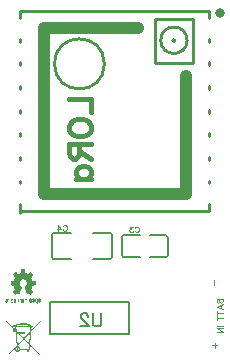
<source format=gbo>
G04 Layer: BottomSilkscreenLayer*
G04 EasyEDA v6.5.51, 2025-11-13 11:14:40*
G04 bf1f3799a3224107ae82f300eded96c1,09fcd8053ca944d09a55be336b12f992,10*
G04 Gerber Generator version 0.2*
G04 Scale: 100 percent, Rotated: No, Reflected: No *
G04 Dimensions in millimeters *
G04 leading zeros omitted , absolute positions ,4 integer and 5 decimal *
%FSLAX45Y45*%
%MOMM*%

%ADD10C,0.1000*%
%ADD11C,0.4000*%
%ADD12C,0.1524*%
%ADD13C,0.2540*%
%ADD14C,1.0000*%
%ADD15C,0.0118*%

%LPD*%
G36*
X340512Y-2247341D02*
G01*
X339496Y-2248458D01*
X338328Y-2254808D01*
X337972Y-2258060D01*
X337515Y-2259533D01*
X337261Y-2262378D01*
X336854Y-2263800D01*
X336600Y-2266543D01*
X336194Y-2267966D01*
X334619Y-2279294D01*
X333959Y-2281224D01*
X331825Y-2282748D01*
X331266Y-2282748D01*
X329996Y-2283460D01*
X326948Y-2284526D01*
X326237Y-2285034D01*
X325069Y-2285288D01*
X315468Y-2290622D01*
X313588Y-2290622D01*
X303022Y-2281936D01*
X302717Y-2281936D01*
X297637Y-2277872D01*
X297434Y-2277516D01*
X291541Y-2272690D01*
X290322Y-2272284D01*
X289255Y-2272538D01*
X270205Y-2294991D01*
X270002Y-2295906D01*
X270205Y-2297480D01*
X277368Y-2309469D01*
X277368Y-2309825D01*
X282702Y-2318664D01*
X285394Y-2323592D01*
X285394Y-2325065D01*
X280720Y-2336139D01*
X280720Y-2336952D01*
X280416Y-2337206D01*
X278079Y-2345334D01*
X277215Y-2347264D01*
X276656Y-2348026D01*
X275285Y-2348738D01*
X272897Y-2348992D01*
X271627Y-2349500D01*
X269494Y-2349754D01*
X267970Y-2350312D01*
X262229Y-2351328D01*
X261010Y-2351836D01*
X258571Y-2352141D01*
X257352Y-2352649D01*
X254914Y-2352903D01*
X253644Y-2353411D01*
X251460Y-2353665D01*
X249682Y-2354427D01*
X248920Y-2355545D01*
X248920Y-2387752D01*
X249885Y-2389073D01*
X251815Y-2389428D01*
X252679Y-2389784D01*
X255016Y-2390089D01*
X256235Y-2390597D01*
X258673Y-2390851D01*
X259842Y-2391359D01*
X262178Y-2391664D01*
X263398Y-2392172D01*
X265836Y-2392426D01*
X267055Y-2392984D01*
X269138Y-2393188D01*
X270662Y-2393746D01*
X272796Y-2394000D01*
X275691Y-2394762D01*
X276656Y-2396032D01*
X278028Y-2400350D01*
X278231Y-2401874D01*
X278688Y-2402687D01*
X278942Y-2404262D01*
X279349Y-2405075D01*
X279603Y-2406700D01*
X280060Y-2407412D01*
X280060Y-2408174D01*
X284734Y-2419502D01*
X284734Y-2420721D01*
X272084Y-2442718D01*
X272084Y-2443073D01*
X271780Y-2443073D01*
X270052Y-2446172D01*
X270052Y-2448102D01*
X288950Y-2470454D01*
X289915Y-2471064D01*
X291287Y-2470810D01*
X296367Y-2466594D01*
X296367Y-2466289D01*
X296672Y-2466289D01*
X308762Y-2456586D01*
X309067Y-2456078D01*
X309372Y-2456078D01*
X311099Y-2454554D01*
X312521Y-2453944D01*
X314096Y-2454554D01*
X322580Y-2459990D01*
X323342Y-2459990D01*
X324358Y-2458770D01*
X324358Y-2458059D01*
X324662Y-2457805D01*
X328320Y-2447340D01*
X328320Y-2446883D01*
X330352Y-2441651D01*
X331673Y-2437384D01*
X332994Y-2433980D01*
X332994Y-2433320D01*
X333502Y-2432862D01*
X333705Y-2431592D01*
X334975Y-2428290D01*
X334975Y-2427630D01*
X335483Y-2427122D01*
X335483Y-2426512D01*
X336346Y-2424531D01*
X336346Y-2423871D01*
X336651Y-2423617D01*
X340309Y-2413050D01*
X340309Y-2412542D01*
X342341Y-2407361D01*
X342341Y-2406802D01*
X342798Y-2406040D01*
X342849Y-2404872D01*
X341934Y-2403703D01*
X335229Y-2398064D01*
X333095Y-2395626D01*
X330758Y-2392273D01*
X330352Y-2391968D01*
X330352Y-2391613D01*
X328574Y-2388362D01*
X327507Y-2385364D01*
X326999Y-2384856D01*
X326999Y-2384094D01*
X325780Y-2380132D01*
X325018Y-2375001D01*
X325018Y-2370124D01*
X325831Y-2363825D01*
X327152Y-2358694D01*
X330657Y-2351430D01*
X333502Y-2347417D01*
X337261Y-2343759D01*
X339750Y-2341981D01*
X344017Y-2339594D01*
X346557Y-2338628D01*
X352806Y-2337358D01*
X355498Y-2337358D01*
X361746Y-2338628D01*
X364286Y-2339594D01*
X368554Y-2341981D01*
X371043Y-2343759D01*
X374751Y-2347417D01*
X377393Y-2351125D01*
X379933Y-2355951D01*
X381152Y-2358694D01*
X382473Y-2363825D01*
X383286Y-2370124D01*
X383286Y-2375001D01*
X382625Y-2379522D01*
X381304Y-2384094D01*
X381304Y-2384856D01*
X380796Y-2385364D01*
X380238Y-2387041D01*
X377952Y-2391613D01*
X377952Y-2391968D01*
X377545Y-2392273D01*
X375208Y-2395626D01*
X373024Y-2398064D01*
X366369Y-2403703D01*
X365455Y-2404872D01*
X365506Y-2406040D01*
X365963Y-2406802D01*
X365963Y-2407361D01*
X367944Y-2412542D01*
X367944Y-2413050D01*
X369316Y-2416403D01*
X370128Y-2419502D01*
X370636Y-2419959D01*
X370636Y-2420620D01*
X373278Y-2427782D01*
X373278Y-2428240D01*
X373938Y-2429713D01*
X373938Y-2430170D01*
X375310Y-2433472D01*
X377647Y-2440736D01*
X377952Y-2440940D01*
X377952Y-2441651D01*
X378612Y-2443073D01*
X378612Y-2443530D01*
X380796Y-2449271D01*
X380796Y-2449931D01*
X381304Y-2450439D01*
X381304Y-2451049D01*
X383946Y-2458059D01*
X383946Y-2458770D01*
X384962Y-2459990D01*
X385673Y-2459990D01*
X394208Y-2454554D01*
X395782Y-2453944D01*
X397205Y-2454554D01*
X398932Y-2456078D01*
X399237Y-2456078D01*
X399542Y-2456586D01*
X411581Y-2466289D01*
X411937Y-2466289D01*
X411937Y-2466594D01*
X415696Y-2469540D01*
X417017Y-2470810D01*
X418388Y-2471064D01*
X419354Y-2470454D01*
X438251Y-2448102D01*
X438251Y-2446172D01*
X436473Y-2443073D01*
X436219Y-2443073D01*
X436219Y-2442718D01*
X423570Y-2420721D01*
X423570Y-2419502D01*
X428243Y-2407970D01*
X428243Y-2407412D01*
X428701Y-2406599D01*
X428955Y-2405075D01*
X431647Y-2396032D01*
X432612Y-2394762D01*
X435508Y-2394000D01*
X437642Y-2393746D01*
X439166Y-2393188D01*
X441248Y-2392984D01*
X442468Y-2392426D01*
X444906Y-2392172D01*
X446125Y-2391664D01*
X448462Y-2391359D01*
X449630Y-2390851D01*
X452069Y-2390597D01*
X453288Y-2390089D01*
X458419Y-2389073D01*
X459384Y-2387752D01*
X459384Y-2355545D01*
X458622Y-2354427D01*
X456793Y-2353665D01*
X454609Y-2353411D01*
X453390Y-2352903D01*
X450951Y-2352649D01*
X449732Y-2352141D01*
X447293Y-2351836D01*
X446074Y-2351328D01*
X443992Y-2351074D01*
X438810Y-2349754D01*
X436626Y-2349500D01*
X435406Y-2348992D01*
X432968Y-2348738D01*
X431647Y-2348026D01*
X431088Y-2347264D01*
X430225Y-2345334D01*
X427888Y-2337206D01*
X427583Y-2336952D01*
X427583Y-2336139D01*
X422909Y-2325065D01*
X422909Y-2323592D01*
X425602Y-2318867D01*
X425602Y-2318512D01*
X425856Y-2318512D01*
X429564Y-2312060D01*
X429564Y-2311654D01*
X430022Y-2311349D01*
X434238Y-2303932D01*
X434238Y-2303576D01*
X434492Y-2303576D01*
X438099Y-2297480D01*
X438251Y-2295906D01*
X438048Y-2294940D01*
X419049Y-2272538D01*
X417982Y-2272284D01*
X416763Y-2272690D01*
X405993Y-2281428D01*
X405587Y-2281936D01*
X405282Y-2281936D01*
X394716Y-2290622D01*
X392836Y-2290622D01*
X385826Y-2286660D01*
X385470Y-2286660D01*
X385114Y-2286101D01*
X384048Y-2285847D01*
X378307Y-2283460D01*
X377037Y-2282748D01*
X376478Y-2282748D01*
X374294Y-2281224D01*
X373684Y-2279294D01*
X373430Y-2276602D01*
X373024Y-2275179D01*
X372770Y-2272284D01*
X372364Y-2270861D01*
X372110Y-2267966D01*
X371652Y-2266543D01*
X371246Y-2263089D01*
X370992Y-2262378D01*
X370789Y-2259533D01*
X370332Y-2258060D01*
X370078Y-2255113D01*
X369824Y-2254453D01*
X369316Y-2250592D01*
X368808Y-2248458D01*
X367792Y-2247341D01*
G37*
G36*
X384200Y-2491232D02*
G01*
X383184Y-2491333D01*
X383133Y-2503322D01*
X382727Y-2503830D01*
X381863Y-2503576D01*
X381355Y-2503068D01*
X378104Y-2502204D01*
X376224Y-2502408D01*
X374396Y-2503068D01*
X372872Y-2503932D01*
X371043Y-2505710D01*
X369874Y-2507437D01*
X368808Y-2509926D01*
X368452Y-2512872D01*
X368452Y-2532684D01*
X369062Y-2533446D01*
X371856Y-2534869D01*
X372465Y-2534666D01*
X372618Y-2533802D01*
X372719Y-2511602D01*
X373684Y-2509672D01*
X374396Y-2508808D01*
X375716Y-2507792D01*
X377799Y-2507132D01*
X380390Y-2507996D01*
X381812Y-2509367D01*
X382676Y-2510891D01*
X383133Y-2513736D01*
X383133Y-2532634D01*
X383641Y-2533446D01*
X386791Y-2534920D01*
X387299Y-2534412D01*
X387299Y-2493213D01*
X385927Y-2492197D01*
X384860Y-2491790D01*
G37*
G36*
X300786Y-2491232D02*
G01*
X299770Y-2491333D01*
X299720Y-2524353D01*
X303936Y-2524353D01*
X303936Y-2513177D01*
X304241Y-2511094D01*
X305460Y-2509062D01*
X306781Y-2507945D01*
X309626Y-2507183D01*
X312166Y-2508351D01*
X313791Y-2510586D01*
X314299Y-2511602D01*
X314401Y-2523591D01*
X314045Y-2526385D01*
X312928Y-2528265D01*
X311353Y-2529586D01*
X309067Y-2530246D01*
X306781Y-2529586D01*
X305460Y-2528468D01*
X304241Y-2526385D01*
X303936Y-2524353D01*
X299720Y-2524353D01*
X300228Y-2527909D01*
X301091Y-2529840D01*
X302412Y-2531922D01*
X304139Y-2533497D01*
X305663Y-2534412D01*
X306781Y-2534716D01*
X307187Y-2535123D01*
X310134Y-2535326D01*
X312623Y-2534462D01*
X314096Y-2533599D01*
X315823Y-2531922D01*
X317500Y-2529433D01*
X318160Y-2527655D01*
X318516Y-2524150D01*
X318516Y-2513380D01*
X318160Y-2509824D01*
X317144Y-2507488D01*
X314350Y-2504084D01*
X312623Y-2503068D01*
X310286Y-2502255D01*
X308660Y-2502255D01*
X305663Y-2503068D01*
X304546Y-2503830D01*
X303885Y-2503576D01*
X303885Y-2493264D01*
X303276Y-2492705D01*
G37*
G36*
X495096Y-2500528D02*
G01*
X490778Y-2500680D01*
X488340Y-2501950D01*
X486918Y-2503119D01*
X484784Y-2505659D01*
X484073Y-2507081D01*
X483362Y-2509215D01*
X483006Y-2512974D01*
X483006Y-2522474D01*
X483182Y-2524150D01*
X489407Y-2524150D01*
X489407Y-2511399D01*
X490321Y-2509418D01*
X491540Y-2507996D01*
X493471Y-2507335D01*
X495503Y-2507945D01*
X496417Y-2508758D01*
X497281Y-2510282D01*
X497840Y-2512822D01*
X497840Y-2522778D01*
X497179Y-2525420D01*
X496316Y-2526842D01*
X494741Y-2528062D01*
X492709Y-2528214D01*
X491439Y-2527554D01*
X490220Y-2526080D01*
X489407Y-2524150D01*
X483182Y-2524150D01*
X483362Y-2526334D01*
X484124Y-2528468D01*
X485749Y-2531414D01*
X487934Y-2533497D01*
X489407Y-2534361D01*
X492404Y-2535326D01*
X495604Y-2535123D01*
X497433Y-2534462D01*
X500075Y-2532684D01*
X502259Y-2530043D01*
X503174Y-2528112D01*
X503986Y-2525318D01*
X503986Y-2510028D01*
X503275Y-2507589D01*
X502818Y-2507132D01*
X502818Y-2506675D01*
X501396Y-2504287D01*
X499414Y-2502255D01*
X499059Y-2502255D01*
X498246Y-2501544D01*
X496570Y-2500782D01*
G37*
G36*
X469442Y-2500528D02*
G01*
X465226Y-2500630D01*
X462940Y-2501696D01*
X461314Y-2503017D01*
X459790Y-2504744D01*
X458165Y-2507792D01*
X457504Y-2510383D01*
X457357Y-2523134D01*
X463854Y-2523134D01*
X463854Y-2512568D01*
X464159Y-2510383D01*
X465023Y-2508859D01*
X466293Y-2507843D01*
X467766Y-2507386D01*
X468630Y-2507386D01*
X469950Y-2507996D01*
X471068Y-2509215D01*
X471932Y-2510790D01*
X471932Y-2524760D01*
X470763Y-2526690D01*
X469138Y-2528112D01*
X466598Y-2528112D01*
X465023Y-2526792D01*
X464515Y-2525623D01*
X464261Y-2525623D01*
X463854Y-2523134D01*
X457357Y-2523134D01*
X458114Y-2527757D01*
X458520Y-2528316D01*
X458724Y-2529179D01*
X460095Y-2531262D01*
X462940Y-2533802D01*
X464616Y-2534615D01*
X466801Y-2535326D01*
X469595Y-2535123D01*
X471474Y-2534412D01*
X472033Y-2534666D01*
X472033Y-2543657D01*
X472744Y-2544673D01*
X477469Y-2547061D01*
X477977Y-2547061D01*
X478535Y-2546451D01*
X478535Y-2512364D01*
X477977Y-2508656D01*
X476758Y-2505710D01*
X473913Y-2502306D01*
X471779Y-2501138D01*
G37*
G36*
X441655Y-2500528D02*
G01*
X439978Y-2500833D01*
X438302Y-2501544D01*
X437540Y-2502255D01*
X437184Y-2502255D01*
X434136Y-2505659D01*
X432765Y-2509062D01*
X432546Y-2511298D01*
X438404Y-2511298D01*
X438962Y-2509621D01*
X440435Y-2507945D01*
X443128Y-2507183D01*
X445058Y-2507996D01*
X446532Y-2509723D01*
X447243Y-2512364D01*
X447243Y-2515209D01*
X447040Y-2515819D01*
X445973Y-2515565D01*
X439775Y-2512263D01*
X438404Y-2511298D01*
X432546Y-2511298D01*
X432409Y-2515108D01*
X432816Y-2516073D01*
X446379Y-2523134D01*
X446887Y-2523794D01*
X446684Y-2525420D01*
X445871Y-2526538D01*
X445871Y-2526792D01*
X444296Y-2528062D01*
X441451Y-2528214D01*
X440182Y-2527503D01*
X438912Y-2526030D01*
X438251Y-2523947D01*
X437997Y-2522016D01*
X432917Y-2519324D01*
X432409Y-2519984D01*
X432562Y-2524353D01*
X433070Y-2526995D01*
X435660Y-2531770D01*
X437946Y-2533904D01*
X438353Y-2533904D01*
X438759Y-2534361D01*
X441655Y-2535275D01*
X443636Y-2535275D01*
X446684Y-2534208D01*
X449732Y-2531872D01*
X452221Y-2527554D01*
X452221Y-2527046D01*
X452780Y-2525725D01*
X452780Y-2510028D01*
X451256Y-2505862D01*
X449884Y-2503982D01*
X446989Y-2501442D01*
X446481Y-2501442D01*
X444550Y-2500680D01*
G37*
G36*
X418338Y-2500528D02*
G01*
X414680Y-2500680D01*
X412648Y-2501544D01*
X412140Y-2502052D01*
X411784Y-2502052D01*
X409803Y-2503982D01*
X408228Y-2506319D01*
X407568Y-2507843D01*
X406857Y-2510790D01*
X406755Y-2532532D01*
X408330Y-2533700D01*
X411378Y-2535275D01*
X412597Y-2535275D01*
X412597Y-2513380D01*
X412902Y-2510536D01*
X413766Y-2509012D01*
X414934Y-2507894D01*
X417017Y-2507132D01*
X419150Y-2507843D01*
X421081Y-2510078D01*
X421436Y-2511094D01*
X421436Y-2532532D01*
X422757Y-2533497D01*
X426059Y-2535275D01*
X427228Y-2535275D01*
X427431Y-2534361D01*
X427329Y-2511399D01*
X426212Y-2507284D01*
X424281Y-2503982D01*
X421589Y-2501646D01*
G37*
G36*
X355904Y-2502255D02*
G01*
X353060Y-2502408D01*
X351231Y-2503068D01*
X349402Y-2504084D01*
X346913Y-2507081D01*
X345440Y-2510790D01*
X345287Y-2532532D01*
X345795Y-2533446D01*
X349148Y-2535021D01*
X349504Y-2534310D01*
X349504Y-2519730D01*
X349859Y-2518918D01*
X350215Y-2519324D01*
X355041Y-2521559D01*
X355396Y-2521915D01*
X355854Y-2521915D01*
X357733Y-2522931D01*
X359359Y-2524455D01*
X359968Y-2525826D01*
X359968Y-2526588D01*
X359156Y-2528620D01*
X357886Y-2529636D01*
X355650Y-2530297D01*
X353060Y-2529586D01*
X352501Y-2530195D01*
X351790Y-2532532D01*
X351485Y-2532735D01*
X351485Y-2533802D01*
X351790Y-2534310D01*
X355244Y-2535326D01*
X357225Y-2535123D01*
X360629Y-2533497D01*
X361797Y-2532380D01*
X363016Y-2530754D01*
X364134Y-2527757D01*
X364134Y-2524353D01*
X363118Y-2521864D01*
X361289Y-2519629D01*
X358597Y-2517952D01*
X358241Y-2517952D01*
X350012Y-2513838D01*
X349656Y-2513838D01*
X349707Y-2511602D01*
X351129Y-2508910D01*
X352552Y-2507792D01*
X354838Y-2507081D01*
X357327Y-2507996D01*
X359308Y-2510282D01*
X360121Y-2513939D01*
X363728Y-2515717D01*
X364134Y-2515412D01*
X364134Y-2512161D01*
X363423Y-2509469D01*
X361137Y-2505456D01*
X359511Y-2503830D01*
X359206Y-2503830D01*
X358394Y-2503119D01*
G37*
G36*
X330606Y-2502255D02*
G01*
X327914Y-2503119D01*
X326339Y-2504084D01*
X324408Y-2506268D01*
X322986Y-2509012D01*
X322173Y-2512161D01*
X322173Y-2513025D01*
X322884Y-2514041D01*
X325831Y-2515463D01*
X326237Y-2515057D01*
X326440Y-2512568D01*
X327050Y-2510282D01*
X328930Y-2508046D01*
X331571Y-2507132D01*
X333908Y-2507894D01*
X335178Y-2508910D01*
X336753Y-2511602D01*
X336854Y-2532634D01*
X337718Y-2533700D01*
X338074Y-2533700D01*
X340664Y-2535072D01*
X341020Y-2534259D01*
X340918Y-2510790D01*
X340055Y-2508453D01*
X338785Y-2506167D01*
X336804Y-2504033D01*
X335076Y-2503068D01*
X332943Y-2502255D01*
G37*
G36*
X257810Y-2502255D02*
G01*
X255524Y-2503068D01*
X254000Y-2503932D01*
X251561Y-2506472D01*
X250393Y-2508504D01*
X249580Y-2511399D01*
X249580Y-2532786D01*
X250291Y-2533700D01*
X250799Y-2533700D01*
X253288Y-2535072D01*
X253492Y-2534818D01*
X253644Y-2519172D01*
X253847Y-2518968D01*
X255981Y-2519984D01*
X256336Y-2520340D01*
X256844Y-2520340D01*
X258064Y-2521102D01*
X258521Y-2521102D01*
X259740Y-2521915D01*
X260096Y-2521915D01*
X262280Y-2523134D01*
X264058Y-2525217D01*
X264109Y-2526538D01*
X263398Y-2528671D01*
X262178Y-2529586D01*
X259791Y-2530297D01*
X257200Y-2529586D01*
X256946Y-2529738D01*
X255574Y-2533294D01*
X255879Y-2534259D01*
X258317Y-2535174D01*
X261467Y-2535174D01*
X264668Y-2533650D01*
X266598Y-2531821D01*
X267716Y-2529840D01*
X268274Y-2528316D01*
X268274Y-2523947D01*
X267258Y-2521610D01*
X265480Y-2519578D01*
X261264Y-2517190D01*
X260858Y-2517190D01*
X253746Y-2513634D01*
X253746Y-2512263D01*
X254406Y-2510282D01*
X255066Y-2509469D01*
X255066Y-2509164D01*
X256641Y-2507894D01*
X258978Y-2507132D01*
X261162Y-2507843D01*
X262636Y-2509113D01*
X263398Y-2510231D01*
X263956Y-2511806D01*
X264312Y-2513888D01*
X267766Y-2515870D01*
X268224Y-2515616D01*
X268224Y-2511552D01*
X267360Y-2508859D01*
X265480Y-2505710D01*
X264058Y-2504135D01*
X262331Y-2503068D01*
X260146Y-2502255D01*
G37*
G36*
X235204Y-2502255D02*
G01*
X232714Y-2503068D01*
X231394Y-2503830D01*
X229666Y-2505456D01*
X228295Y-2507538D01*
X227075Y-2510790D01*
X226923Y-2512872D01*
X227126Y-2513838D01*
X230581Y-2515463D01*
X230886Y-2515260D01*
X231089Y-2512161D01*
X232156Y-2509621D01*
X234188Y-2507792D01*
X236169Y-2507132D01*
X238353Y-2507792D01*
X240029Y-2509113D01*
X240893Y-2510586D01*
X241503Y-2512161D01*
X241604Y-2532786D01*
X242112Y-2533497D01*
X245262Y-2535072D01*
X245567Y-2534869D01*
X245567Y-2511145D01*
X244805Y-2508605D01*
X244043Y-2507081D01*
X242925Y-2505557D01*
X241147Y-2503830D01*
X237540Y-2502255D01*
G37*
G36*
X214884Y-2502255D02*
G01*
X212039Y-2502408D01*
X210210Y-2503068D01*
X208737Y-2503932D01*
X207060Y-2505506D01*
X205638Y-2507284D01*
X204317Y-2511196D01*
X204317Y-2513025D01*
X208483Y-2513025D01*
X208483Y-2512060D01*
X208991Y-2510586D01*
X209854Y-2509113D01*
X211378Y-2507894D01*
X214020Y-2507183D01*
X216103Y-2507894D01*
X217982Y-2509977D01*
X218846Y-2512161D01*
X218846Y-2518156D01*
X218592Y-2518410D01*
X208483Y-2513025D01*
X204317Y-2513025D01*
X204317Y-2516225D01*
X218389Y-2523693D01*
X218795Y-2523693D01*
X218744Y-2525318D01*
X218186Y-2526893D01*
X217271Y-2528519D01*
X215696Y-2529687D01*
X213461Y-2530246D01*
X211531Y-2529738D01*
X210058Y-2528570D01*
X209143Y-2527249D01*
X208584Y-2525623D01*
X208229Y-2523591D01*
X204774Y-2521661D01*
X204317Y-2521864D01*
X204317Y-2525979D01*
X205028Y-2528316D01*
X207162Y-2532024D01*
X208889Y-2533650D01*
X210210Y-2534462D01*
X212039Y-2535123D01*
X214579Y-2535326D01*
X217220Y-2534412D01*
X218592Y-2533548D01*
X220217Y-2532024D01*
X221589Y-2530043D01*
X222961Y-2526131D01*
X222961Y-2511399D01*
X222250Y-2508859D01*
X220217Y-2505456D01*
X218694Y-2504033D01*
G37*
G36*
X291693Y-2502458D02*
G01*
X291388Y-2503474D01*
X291388Y-2527604D01*
X290576Y-2529484D01*
X289407Y-2530348D01*
X288036Y-2530348D01*
X286715Y-2529382D01*
X286156Y-2528316D01*
X285953Y-2504846D01*
X285140Y-2503830D01*
X282397Y-2502662D01*
X281889Y-2502865D01*
X281940Y-2526741D01*
X281381Y-2528976D01*
X279958Y-2530348D01*
X278536Y-2530348D01*
X277114Y-2529382D01*
X276402Y-2527147D01*
X276402Y-2504846D01*
X275691Y-2503830D01*
X275234Y-2503830D01*
X272542Y-2502509D01*
X272237Y-2503220D01*
X272237Y-2527503D01*
X272897Y-2530348D01*
X273710Y-2532075D01*
X274980Y-2533497D01*
X276656Y-2534615D01*
X279146Y-2535326D01*
X282092Y-2534462D01*
X283718Y-2533091D01*
X284073Y-2533091D01*
X285699Y-2534462D01*
X288645Y-2535326D01*
X291642Y-2534412D01*
X293522Y-2532837D01*
X294843Y-2530602D01*
X295554Y-2527401D01*
X295554Y-2504795D01*
X294741Y-2503830D01*
X294335Y-2503830D01*
G37*
G36*
X205892Y-2682087D02*
G01*
X205587Y-2683154D01*
X205587Y-2691790D01*
X205994Y-2692400D01*
X270256Y-2756814D01*
X269697Y-2757474D01*
X269670Y-2765196D01*
X278536Y-2765196D01*
X287629Y-2774289D01*
X288391Y-2778760D01*
X277876Y-2778760D01*
X277876Y-2765196D01*
X269670Y-2765196D01*
X269646Y-2786380D01*
X270357Y-2787243D01*
X298551Y-2787040D01*
X299720Y-2786481D01*
X353212Y-2839974D01*
X353212Y-2840532D01*
X364388Y-2840532D01*
X364388Y-2839821D01*
X411734Y-2790799D01*
X410464Y-2802737D01*
X409346Y-2817469D01*
X403809Y-2879699D01*
X403606Y-2879902D01*
X364388Y-2840532D01*
X353212Y-2840583D01*
X308051Y-2887522D01*
X307340Y-2884170D01*
X306476Y-2871774D01*
X305409Y-2862630D01*
X303530Y-2840888D01*
X302209Y-2828848D01*
X300685Y-2810814D01*
X300177Y-2807868D01*
X299110Y-2795219D01*
X298805Y-2794558D01*
X298551Y-2787040D01*
X288828Y-2787040D01*
X289102Y-2787497D01*
X290931Y-2807512D01*
X291185Y-2808325D01*
X292862Y-2828950D01*
X293319Y-2831490D01*
X293370Y-2834538D01*
X293827Y-2837129D01*
X295706Y-2859125D01*
X297027Y-2871165D01*
X297789Y-2881579D01*
X298297Y-2884424D01*
X298551Y-2889758D01*
X298958Y-2890266D01*
X299212Y-2896666D01*
X298066Y-2897886D01*
X308660Y-2897886D01*
X324205Y-2881782D01*
X325221Y-2880512D01*
X350012Y-2855010D01*
X350164Y-2854553D01*
X358038Y-2846476D01*
X358902Y-2845917D01*
X402336Y-2889554D01*
X402844Y-2890266D01*
X402437Y-2898190D01*
X401980Y-2900527D01*
X400456Y-2917139D01*
X399440Y-2931668D01*
X331165Y-2931769D01*
X331216Y-2927705D01*
X330606Y-2923032D01*
X330149Y-2922574D01*
X330149Y-2921660D01*
X326948Y-2915208D01*
X325780Y-2913684D01*
X322224Y-2910027D01*
X321614Y-2910027D01*
X321614Y-2909620D01*
X317906Y-2907284D01*
X315264Y-2906115D01*
X313740Y-2905760D01*
X312470Y-2905099D01*
X311353Y-2905099D01*
X309524Y-2904540D01*
X308660Y-2897886D01*
X298066Y-2897886D01*
X257048Y-2940253D01*
X256895Y-2940710D01*
X230886Y-2967431D01*
X222707Y-2976270D01*
X222707Y-2976829D01*
X227584Y-2981401D01*
X228346Y-2981401D01*
X229616Y-2979877D01*
X281076Y-2926588D01*
X281107Y-2927248D01*
X293776Y-2927248D01*
X294335Y-2925368D01*
X296062Y-2921863D01*
X298958Y-2919018D01*
X302006Y-2917545D01*
X304698Y-2916834D01*
X308152Y-2916885D01*
X312216Y-2918307D01*
X315163Y-2920492D01*
X317500Y-2923692D01*
X318566Y-2926842D01*
X318363Y-2932684D01*
X317855Y-2933293D01*
X317500Y-2934462D01*
X315874Y-2936951D01*
X314248Y-2938526D01*
X311759Y-2940151D01*
X310032Y-2940862D01*
X305866Y-2941675D01*
X302310Y-2940862D01*
X299262Y-2939440D01*
X296011Y-2936240D01*
X294894Y-2934004D01*
X294589Y-2933801D01*
X293928Y-2931668D01*
X293776Y-2927248D01*
X281107Y-2927248D01*
X281381Y-2933090D01*
X281838Y-2934004D01*
X282194Y-2936240D01*
X282600Y-2936494D01*
X282600Y-2937205D01*
X284835Y-2941980D01*
X286410Y-2944012D01*
X286410Y-2944368D01*
X289814Y-2947771D01*
X293217Y-2950210D01*
X299161Y-2952750D01*
X303428Y-2953613D01*
X309118Y-2953613D01*
X312623Y-2953105D01*
X313182Y-2952648D01*
X314706Y-2952343D01*
X318058Y-2950870D01*
X318058Y-2950514D01*
X318617Y-2950514D01*
X321614Y-2948584D01*
X325831Y-2944520D01*
X328015Y-2941320D01*
X328168Y-2940812D01*
X387451Y-2940812D01*
X387705Y-2941421D01*
X387705Y-2952851D01*
X388924Y-2953613D01*
X403961Y-2953308D01*
X404317Y-2952750D01*
X404368Y-2940812D01*
X406755Y-2939643D01*
X407670Y-2938322D01*
X408178Y-2936798D01*
X410565Y-2911094D01*
X411480Y-2898597D01*
X416001Y-2903016D01*
X416001Y-2903321D01*
X494792Y-2982112D01*
X495706Y-2982112D01*
X500380Y-2977540D01*
X500380Y-2976930D01*
X454304Y-2930855D01*
X453339Y-2929636D01*
X413105Y-2889554D01*
X412445Y-2888386D01*
X413054Y-2879699D01*
X413359Y-2879039D01*
X415239Y-2855163D01*
X416204Y-2846273D01*
X416712Y-2838805D01*
X416864Y-2838551D01*
X417220Y-2831287D01*
X417474Y-2830830D01*
X421690Y-2781909D01*
X422097Y-2779877D01*
X505612Y-2693111D01*
X505612Y-2684068D01*
X504951Y-2683205D01*
X480263Y-2708554D01*
X480110Y-2709062D01*
X457454Y-2732532D01*
X453745Y-2736037D01*
X453796Y-2736392D01*
X422859Y-2768346D01*
X424992Y-2744622D01*
X434187Y-2744876D01*
X435101Y-2744165D01*
X435101Y-2736240D01*
X434441Y-2735478D01*
X426516Y-2735478D01*
X425754Y-2734614D01*
X425450Y-2733344D01*
X425043Y-2733344D01*
X424738Y-2731922D01*
X424281Y-2731922D01*
X424281Y-2731516D01*
X422554Y-2728925D01*
X422148Y-2728925D01*
X422148Y-2728315D01*
X419658Y-2725724D01*
X413562Y-2721203D01*
X412953Y-2721203D01*
X412750Y-2720746D01*
X408736Y-2718663D01*
X408482Y-2713583D01*
X408127Y-2712974D01*
X394360Y-2712974D01*
X392734Y-2713736D01*
X382117Y-2711805D01*
X370789Y-2710637D01*
X370789Y-2708554D01*
X370332Y-2707386D01*
X328777Y-2707386D01*
X328015Y-2708402D01*
X328320Y-2711246D01*
X327152Y-2711856D01*
X319125Y-2712974D01*
X317906Y-2713431D01*
X315772Y-2713685D01*
X310997Y-2715107D01*
X310235Y-2715107D01*
X309930Y-2715514D01*
X308000Y-2715818D01*
X306730Y-2716479D01*
X305917Y-2716479D01*
X305663Y-2716987D01*
X304901Y-2716987D01*
X298854Y-2719781D01*
X337261Y-2719781D01*
X337413Y-2716682D01*
X361137Y-2716580D01*
X361797Y-2717088D01*
X361645Y-2719679D01*
X298854Y-2719781D01*
X297484Y-2720441D01*
X293928Y-2722778D01*
X289966Y-2726334D01*
X289712Y-2726334D01*
X287426Y-2724353D01*
X284226Y-2722676D01*
X277672Y-2722676D01*
X277012Y-2723235D01*
X275691Y-2723540D01*
X273710Y-2724759D01*
X271576Y-2726944D01*
X270510Y-2728366D01*
X269290Y-2731871D01*
X269290Y-2735326D01*
X295097Y-2735326D01*
X295249Y-2734462D01*
X296519Y-2732786D01*
X300075Y-2729738D01*
X302463Y-2728061D01*
X306476Y-2726182D01*
X311251Y-2724454D01*
X311912Y-2724454D01*
X313385Y-2723794D01*
X327812Y-2720898D01*
X328218Y-2721508D01*
X327964Y-2728112D01*
X328676Y-2728823D01*
X370332Y-2728772D01*
X370789Y-2728061D01*
X370789Y-2720238D01*
X374243Y-2720289D01*
X375869Y-2720644D01*
X380187Y-2720949D01*
X382117Y-2721406D01*
X386130Y-2721864D01*
X393141Y-2723134D01*
X393141Y-2728925D01*
X408736Y-2728925D01*
X412038Y-2730957D01*
X415950Y-2735173D01*
X415239Y-2735478D01*
X408584Y-2735478D01*
X408584Y-2728925D01*
X393141Y-2728925D01*
X393141Y-2735478D01*
X269290Y-2735326D01*
X269290Y-2736240D01*
X270814Y-2739999D01*
X272288Y-2741879D01*
X273456Y-2742946D01*
X275894Y-2744571D01*
X277266Y-2744876D01*
X277926Y-2745384D01*
X283972Y-2745384D01*
X284734Y-2744774D01*
X284790Y-2745028D01*
X415290Y-2744927D01*
X415543Y-2745994D01*
X414020Y-2761996D01*
X413613Y-2768549D01*
X412445Y-2779166D01*
X358698Y-2834843D01*
X339445Y-2815640D01*
X339445Y-2815336D01*
X327761Y-2803804D01*
X328625Y-2803601D01*
X371602Y-2803652D01*
X372262Y-2803042D01*
X372262Y-2787192D01*
X371754Y-2785973D01*
X320141Y-2785973D01*
X319227Y-2786481D01*
X319227Y-2793441D01*
X318922Y-2794965D01*
X299262Y-2775254D01*
X299262Y-2757474D01*
X298653Y-2757119D01*
X295351Y-2756865D01*
X294436Y-2745028D01*
X284790Y-2745028D01*
X285445Y-2749143D01*
X286207Y-2756966D01*
X281025Y-2756966D01*
X225348Y-2701239D01*
X225348Y-2700883D01*
X215950Y-2691790D01*
X206400Y-2682138D01*
G37*
G36*
X307441Y-2920593D02*
G01*
X303784Y-2920695D01*
X303174Y-2921203D01*
X301853Y-2921508D01*
X301853Y-2921965D01*
X301244Y-2921965D01*
X299110Y-2924098D01*
X297738Y-2926994D01*
X297688Y-2931261D01*
X299059Y-2934055D01*
X301294Y-2936138D01*
X302463Y-2936849D01*
X304952Y-2937662D01*
X307441Y-2937611D01*
X309575Y-2936951D01*
X311099Y-2936240D01*
X313232Y-2934360D01*
X314299Y-2932226D01*
X315010Y-2928924D01*
X314401Y-2926283D01*
X313232Y-2923997D01*
X311505Y-2922219D01*
X308813Y-2920847D01*
G37*
D10*
X1969770Y-2387600D02*
G01*
X1969770Y-2344928D01*
X1992226Y-2501900D02*
G01*
X2041862Y-2501900D01*
X1992226Y-2501900D02*
G01*
X1992226Y-2523172D01*
X1994590Y-2530264D01*
X1996955Y-2532626D01*
X2001682Y-2534991D01*
X2006409Y-2534991D01*
X2011136Y-2532626D01*
X2013501Y-2530264D01*
X2015863Y-2523172D01*
X2015863Y-2501900D02*
G01*
X2015863Y-2523172D01*
X2018228Y-2530264D01*
X2020590Y-2532626D01*
X2025317Y-2534991D01*
X2032408Y-2534991D01*
X2037135Y-2532626D01*
X2039500Y-2530264D01*
X2041862Y-2523172D01*
X2041862Y-2501900D01*
X1992226Y-2569499D02*
G01*
X2041862Y-2550591D01*
X1992226Y-2569499D02*
G01*
X2041862Y-2588409D01*
X2025317Y-2557680D02*
G01*
X2025317Y-2581318D01*
X1992226Y-2620553D02*
G01*
X2041862Y-2620553D01*
X1992226Y-2604007D02*
G01*
X1992226Y-2637099D01*
X1992226Y-2669245D02*
G01*
X2041862Y-2669245D01*
X1992226Y-2652699D02*
G01*
X1992226Y-2685790D01*
X1992226Y-2737789D02*
G01*
X2041862Y-2737789D01*
X1992226Y-2753390D02*
G01*
X2041862Y-2753390D01*
X1992226Y-2753390D02*
G01*
X2041862Y-2786481D01*
X1992226Y-2786481D02*
G01*
X2041862Y-2786481D01*
X1977136Y-2875534D02*
G01*
X1977136Y-2918205D01*
X1955800Y-2896870D02*
G01*
X1998472Y-2896870D01*
X1299408Y-1904009D02*
G01*
X1301681Y-1899462D01*
X1306228Y-1894918D01*
X1310772Y-1892645D01*
X1319862Y-1892645D01*
X1324409Y-1894918D01*
X1328953Y-1899462D01*
X1331226Y-1904009D01*
X1333500Y-1910826D01*
X1333500Y-1922190D01*
X1331226Y-1929008D01*
X1328953Y-1933554D01*
X1324409Y-1938101D01*
X1319862Y-1940372D01*
X1310772Y-1940372D01*
X1306228Y-1938101D01*
X1301681Y-1933554D01*
X1299408Y-1929008D01*
X1279862Y-1892645D02*
G01*
X1254864Y-1892645D01*
X1268501Y-1910826D01*
X1261681Y-1910826D01*
X1257137Y-1913100D01*
X1254864Y-1915373D01*
X1252590Y-1922190D01*
X1252590Y-1926737D01*
X1254864Y-1933554D01*
X1259408Y-1938101D01*
X1266228Y-1940372D01*
X1273045Y-1940372D01*
X1279862Y-1938101D01*
X1282136Y-1935827D01*
X1284409Y-1931281D01*
D11*
X739546Y-814397D02*
G01*
X930300Y-814397D01*
X930300Y-814397D02*
G01*
X930300Y-923617D01*
X739546Y-1038171D02*
G01*
X748690Y-1019883D01*
X766724Y-1001595D01*
X785012Y-992705D01*
X812190Y-983561D01*
X857656Y-983561D01*
X884834Y-992705D01*
X903122Y-1001595D01*
X921410Y-1019883D01*
X930300Y-1038171D01*
X930300Y-1074493D01*
X921410Y-1092527D01*
X903122Y-1110815D01*
X884834Y-1119959D01*
X857656Y-1128849D01*
X812190Y-1128849D01*
X785012Y-1119959D01*
X766724Y-1110815D01*
X748690Y-1092527D01*
X739546Y-1074493D01*
X739546Y-1038171D01*
X739546Y-1189047D02*
G01*
X930300Y-1189047D01*
X739546Y-1189047D02*
G01*
X739546Y-1270835D01*
X748690Y-1298013D01*
X757580Y-1307157D01*
X775868Y-1316301D01*
X794156Y-1316301D01*
X812190Y-1307157D01*
X821334Y-1298013D01*
X830478Y-1270835D01*
X830478Y-1189047D01*
X830478Y-1252547D02*
G01*
X930300Y-1316301D01*
X803046Y-1485211D02*
G01*
X930300Y-1485211D01*
X830478Y-1485211D02*
G01*
X812190Y-1467177D01*
X803046Y-1448889D01*
X803046Y-1421711D01*
X812190Y-1403423D01*
X830478Y-1385389D01*
X857656Y-1376245D01*
X875944Y-1376245D01*
X903122Y-1385389D01*
X921410Y-1403423D01*
X930300Y-1421711D01*
X930300Y-1448889D01*
X921410Y-1467177D01*
X903122Y-1485211D01*
D12*
X1016000Y-2627884D02*
G01*
X1016000Y-2705862D01*
X1010920Y-2721355D01*
X1000505Y-2731770D01*
X984757Y-2736850D01*
X974344Y-2736850D01*
X958850Y-2731770D01*
X948436Y-2721355D01*
X943355Y-2705862D01*
X943355Y-2627884D01*
X903731Y-2653792D02*
G01*
X903731Y-2648712D01*
X898652Y-2638297D01*
X893318Y-2632963D01*
X882904Y-2627884D01*
X862329Y-2627884D01*
X851915Y-2632963D01*
X846581Y-2638297D01*
X841502Y-2648712D01*
X841502Y-2659126D01*
X846581Y-2669539D01*
X856995Y-2685034D01*
X909065Y-2736850D01*
X836168Y-2736850D01*
D10*
X689808Y-1891309D02*
G01*
X692081Y-1886762D01*
X696628Y-1882218D01*
X701172Y-1879945D01*
X710262Y-1879945D01*
X714809Y-1882218D01*
X719353Y-1886762D01*
X721626Y-1891309D01*
X723900Y-1898126D01*
X723900Y-1909490D01*
X721626Y-1916308D01*
X719353Y-1920854D01*
X714809Y-1925401D01*
X710262Y-1927672D01*
X701172Y-1927672D01*
X696628Y-1925401D01*
X692081Y-1920854D01*
X689808Y-1916308D01*
X652081Y-1879945D02*
G01*
X674809Y-1911764D01*
X640717Y-1911764D01*
X652081Y-1879945D02*
G01*
X652081Y-1927672D01*
D12*
X1203180Y-1967039D02*
G01*
X1344180Y-1967039D01*
X1344180Y-2147760D02*
G01*
X1203180Y-2147760D01*
X1187940Y-2132520D02*
G01*
X1187940Y-1982279D01*
X1565419Y-1967039D02*
G01*
X1424419Y-1967039D01*
X1424419Y-2147760D02*
G01*
X1565419Y-2147760D01*
X1580659Y-2132520D02*
G01*
X1580659Y-1982279D01*
D13*
X1930293Y-1764400D02*
G01*
X330299Y-1764398D01*
X330713Y-64094D02*
G01*
X1930707Y-64096D01*
D14*
X1330297Y-214401D02*
G01*
X530298Y-214401D01*
X530298Y-1614398D01*
X1730296Y-1614398D01*
X1730296Y-614400D01*
D13*
X1930707Y-64096D02*
G01*
X1930707Y-126286D01*
X1930707Y-302513D02*
G01*
X1930707Y-326288D01*
X1930707Y-502516D02*
G01*
X1930707Y-526285D01*
X1930707Y-702513D02*
G01*
X1930707Y-726287D01*
X1930707Y-902515D02*
G01*
X1930707Y-926284D01*
X1930707Y-1102514D02*
G01*
X1930707Y-1126284D01*
X1930707Y-1302512D02*
G01*
X1930707Y-1326283D01*
X1930707Y-1502514D02*
G01*
X1930707Y-1526283D01*
X1930707Y-1702511D02*
G01*
X1930707Y-1764400D01*
X330713Y-64094D02*
G01*
X330713Y-126286D01*
X330713Y-302513D02*
G01*
X330713Y-326438D01*
X330713Y-502668D02*
G01*
X330713Y-526285D01*
X330713Y-702513D02*
G01*
X330713Y-726287D01*
X330713Y-902515D02*
G01*
X330713Y-926284D01*
X330713Y-1102514D02*
G01*
X330713Y-1126284D01*
X330713Y-1302512D02*
G01*
X330713Y-1326283D01*
X330713Y-1502514D02*
G01*
X330713Y-1526283D01*
X330713Y-1702511D02*
G01*
X330713Y-1774398D01*
X1470289Y-134406D02*
G01*
X1470289Y-504408D01*
X1790278Y-504408D01*
X1790278Y-134406D01*
X1470289Y-134406D01*
D12*
X581779Y-2804139D02*
G01*
X1247020Y-2804139D01*
X1247020Y-2529860D01*
X581779Y-2529860D01*
X581779Y-2804139D01*
X609780Y-1948139D02*
G01*
X758278Y-1948139D01*
X758278Y-2166660D02*
G01*
X609780Y-2166660D01*
X594540Y-2151420D02*
G01*
X594540Y-1963379D01*
X1092019Y-1948139D02*
G01*
X943521Y-1948139D01*
X943521Y-2166660D02*
G01*
X1092019Y-2166660D01*
X1107259Y-2151420D02*
G01*
X1107259Y-1963379D01*
G75*
G01*
X1203180Y-2147760D02*
G02*
X1187940Y-2132520I0J15240D01*
G75*
G01*
X1187940Y-1982280D02*
G02*
X1203180Y-1967040I15240J0D01*
G75*
G01*
X1565420Y-2147760D02*
G03*
X1580660Y-2132520I0J15240D01*
G75*
G01*
X1580660Y-1982280D02*
G03*
X1565420Y-1967040I-15240J0D01*
G75*
G01*
X609780Y-2166661D02*
G02*
X594540Y-2151421I0J15240D01*
G75*
G01*
X594540Y-1963379D02*
G02*
X609780Y-1948139I15240J0D01*
G75*
G01*
X1092020Y-2166661D02*
G03*
X1107260Y-2151421I0J15240D01*
G75*
G01*
X1107260Y-1963379D02*
G03*
X1092020Y-1948139I-15240J0D01*
D13*
G75*
G01
X1742110Y-314401D02*
G03X1742110Y-314401I-111811J0D01*
G75*
G01
X1640307Y-314401D02*
G03X1640307Y-314401I-10008J0D01*
G75*
G01
X1042238Y-514553D02*
G03X1042238Y-514553I-212141J0D01*
D11*
G75*
G01
X2040280Y-84404D02*
G03X2040280Y-84404I-19990J0D01*
M02*

</source>
